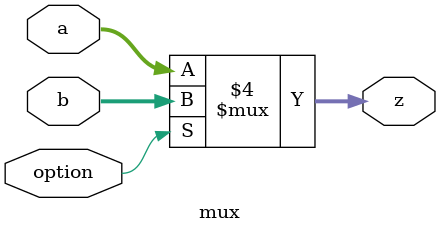
<source format=v>
module mux(a,b,option,z);

input [3:0] a,b;
input option;
output [3:0] z;

reg [3:0] z;

always @( a or b or option)
  begin
    if(!option)
      z <= a;
    else
      z <= b;
  end

endmodule






</source>
